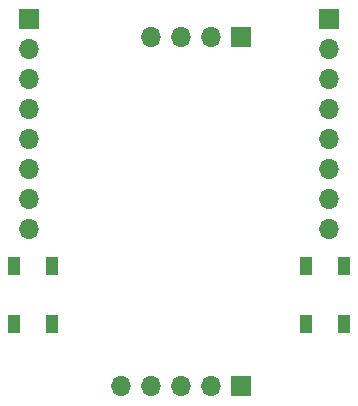
<source format=gbr>
%TF.GenerationSoftware,KiCad,Pcbnew,(5.1.8)-1*%
%TF.CreationDate,2021-03-07T11:54:50+01:00*%
%TF.ProjectId,addon_MH-Z19,6164646f-6e5f-44d4-982d-5a31392e6b69,rev?*%
%TF.SameCoordinates,Original*%
%TF.FileFunction,Soldermask,Bot*%
%TF.FilePolarity,Negative*%
%FSLAX46Y46*%
G04 Gerber Fmt 4.6, Leading zero omitted, Abs format (unit mm)*
G04 Created by KiCad (PCBNEW (5.1.8)-1) date 2021-03-07 11:54:50*
%MOMM*%
%LPD*%
G01*
G04 APERTURE LIST*
%ADD10R,1.700000X1.700000*%
%ADD11O,1.700000X1.700000*%
%ADD12R,1.000000X1.500000*%
G04 APERTURE END LIST*
D10*
%TO.C,J3*%
X76360000Y-76800000D03*
D11*
X73820000Y-76800000D03*
X71280000Y-76800000D03*
X68740000Y-76800000D03*
X66200000Y-76800000D03*
%TD*%
D12*
%TO.C,D2*%
X60400000Y-71550000D03*
X57200000Y-71550000D03*
X60400000Y-66650000D03*
X57200000Y-66650000D03*
%TD*%
%TO.C,D3*%
X81900000Y-66650000D03*
X85100000Y-66650000D03*
X81900000Y-71550000D03*
X85100000Y-71550000D03*
%TD*%
D10*
%TO.C,J1*%
X58420000Y-45710000D03*
D11*
X58420000Y-48250000D03*
X58420000Y-50790000D03*
X58420000Y-53330000D03*
X58420000Y-55870000D03*
X58420000Y-58410000D03*
X58420000Y-60950000D03*
X58420000Y-63490000D03*
%TD*%
%TO.C,J2*%
X83820000Y-63490000D03*
X83820000Y-60950000D03*
X83820000Y-58410000D03*
X83820000Y-55870000D03*
X83820000Y-53330000D03*
X83820000Y-50790000D03*
X83820000Y-48250000D03*
D10*
X83820000Y-45710000D03*
%TD*%
%TO.C,J4*%
X76360000Y-47260000D03*
D11*
X73820000Y-47260000D03*
X71280000Y-47260000D03*
X68740000Y-47260000D03*
%TD*%
M02*

</source>
